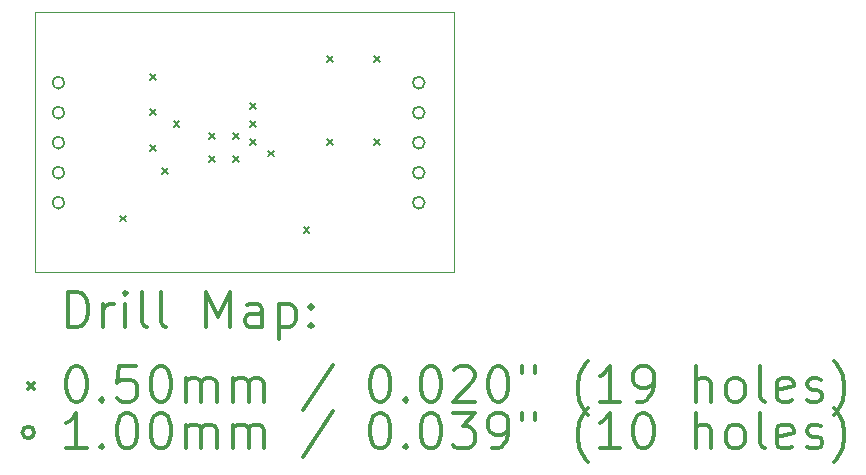
<source format=gbr>
%FSLAX45Y45*%
G04 Gerber Fmt 4.5, Leading zero omitted, Abs format (unit mm)*
G04 Created by KiCad (PCBNEW (5.0.1)-3) date 23/11/2018 05:00:51*
%MOMM*%
%LPD*%
G01*
G04 APERTURE LIST*
%ADD10C,0.100000*%
%ADD11C,0.200000*%
%ADD12C,0.300000*%
G04 APERTURE END LIST*
D10*
X3550000Y0D02*
X0Y0D01*
X3550000Y-2200000D02*
X3550000Y0D01*
X0Y-2200000D02*
X3550000Y-2200000D01*
X0Y0D02*
X0Y-2200000D01*
D11*
X725001Y-1725000D02*
X775001Y-1775000D01*
X775001Y-1725000D02*
X725001Y-1775000D01*
X975000Y-525000D02*
X1025000Y-575000D01*
X1025000Y-525000D02*
X975000Y-575000D01*
X975000Y-825000D02*
X1025000Y-875000D01*
X1025000Y-825000D02*
X975000Y-875000D01*
X975000Y-1125000D02*
X1025000Y-1175000D01*
X1025000Y-1125000D02*
X975000Y-1175000D01*
X1075000Y-1325000D02*
X1125000Y-1375000D01*
X1125000Y-1325000D02*
X1075000Y-1375000D01*
X1175000Y-925000D02*
X1225000Y-975000D01*
X1225000Y-925000D02*
X1175000Y-975000D01*
X1475000Y-1024500D02*
X1525000Y-1074500D01*
X1525000Y-1024500D02*
X1475000Y-1074500D01*
X1475000Y-1225000D02*
X1525000Y-1275000D01*
X1525000Y-1225000D02*
X1475000Y-1275000D01*
X1675000Y-1024500D02*
X1725000Y-1074500D01*
X1725000Y-1024500D02*
X1675000Y-1074500D01*
X1675000Y-1225000D02*
X1725000Y-1275000D01*
X1725000Y-1225000D02*
X1675000Y-1275000D01*
X1825000Y-775000D02*
X1875000Y-825000D01*
X1875000Y-775000D02*
X1825000Y-825000D01*
X1825000Y-925000D02*
X1875000Y-975000D01*
X1875000Y-925000D02*
X1825000Y-975000D01*
X1825000Y-1075000D02*
X1875000Y-1125000D01*
X1875000Y-1075000D02*
X1825000Y-1125000D01*
X1975000Y-1175000D02*
X2025000Y-1225000D01*
X2025000Y-1175000D02*
X1975000Y-1225000D01*
X2275000Y-1825000D02*
X2325000Y-1875000D01*
X2325000Y-1825000D02*
X2275000Y-1875000D01*
X2475000Y-375000D02*
X2525000Y-425000D01*
X2525000Y-375000D02*
X2475000Y-425000D01*
X2475000Y-1075000D02*
X2525000Y-1125000D01*
X2525000Y-1075000D02*
X2475000Y-1125000D01*
X2875000Y-375000D02*
X2925000Y-425000D01*
X2925000Y-375000D02*
X2875000Y-425000D01*
X2875000Y-1075000D02*
X2925000Y-1125000D01*
X2925000Y-1075000D02*
X2875000Y-1125000D01*
X3300000Y-600000D02*
G75*
G03X3300000Y-600000I-50000J0D01*
G01*
X3300000Y-854000D02*
G75*
G03X3300000Y-854000I-50000J0D01*
G01*
X3300000Y-1108000D02*
G75*
G03X3300000Y-1108000I-50000J0D01*
G01*
X3300000Y-1362000D02*
G75*
G03X3300000Y-1362000I-50000J0D01*
G01*
X3300000Y-1616000D02*
G75*
G03X3300000Y-1616000I-50000J0D01*
G01*
X250000Y-600000D02*
G75*
G03X250000Y-600000I-50000J0D01*
G01*
X250000Y-854000D02*
G75*
G03X250000Y-854000I-50000J0D01*
G01*
X250000Y-1108000D02*
G75*
G03X250000Y-1108000I-50000J0D01*
G01*
X250000Y-1362000D02*
G75*
G03X250000Y-1362000I-50000J0D01*
G01*
X250000Y-1616000D02*
G75*
G03X250000Y-1616000I-50000J0D01*
G01*
D12*
X281428Y-2670714D02*
X281428Y-2370714D01*
X352857Y-2370714D01*
X395714Y-2385000D01*
X424286Y-2413572D01*
X438571Y-2442143D01*
X452857Y-2499286D01*
X452857Y-2542143D01*
X438571Y-2599286D01*
X424286Y-2627857D01*
X395714Y-2656429D01*
X352857Y-2670714D01*
X281428Y-2670714D01*
X581428Y-2670714D02*
X581428Y-2470714D01*
X581428Y-2527857D02*
X595714Y-2499286D01*
X610000Y-2485000D01*
X638571Y-2470714D01*
X667143Y-2470714D01*
X767143Y-2670714D02*
X767143Y-2470714D01*
X767143Y-2370714D02*
X752857Y-2385000D01*
X767143Y-2399286D01*
X781428Y-2385000D01*
X767143Y-2370714D01*
X767143Y-2399286D01*
X952857Y-2670714D02*
X924286Y-2656429D01*
X910000Y-2627857D01*
X910000Y-2370714D01*
X1110000Y-2670714D02*
X1081428Y-2656429D01*
X1067143Y-2627857D01*
X1067143Y-2370714D01*
X1452857Y-2670714D02*
X1452857Y-2370714D01*
X1552857Y-2585000D01*
X1652857Y-2370714D01*
X1652857Y-2670714D01*
X1924286Y-2670714D02*
X1924286Y-2513572D01*
X1910000Y-2485000D01*
X1881428Y-2470714D01*
X1824286Y-2470714D01*
X1795714Y-2485000D01*
X1924286Y-2656429D02*
X1895714Y-2670714D01*
X1824286Y-2670714D01*
X1795714Y-2656429D01*
X1781428Y-2627857D01*
X1781428Y-2599286D01*
X1795714Y-2570714D01*
X1824286Y-2556429D01*
X1895714Y-2556429D01*
X1924286Y-2542143D01*
X2067143Y-2470714D02*
X2067143Y-2770714D01*
X2067143Y-2485000D02*
X2095714Y-2470714D01*
X2152857Y-2470714D01*
X2181428Y-2485000D01*
X2195714Y-2499286D01*
X2210000Y-2527857D01*
X2210000Y-2613572D01*
X2195714Y-2642143D01*
X2181428Y-2656429D01*
X2152857Y-2670714D01*
X2095714Y-2670714D01*
X2067143Y-2656429D01*
X2338571Y-2642143D02*
X2352857Y-2656429D01*
X2338571Y-2670714D01*
X2324286Y-2656429D01*
X2338571Y-2642143D01*
X2338571Y-2670714D01*
X2338571Y-2485000D02*
X2352857Y-2499286D01*
X2338571Y-2513572D01*
X2324286Y-2499286D01*
X2338571Y-2485000D01*
X2338571Y-2513572D01*
X-55000Y-3140000D02*
X-5000Y-3190000D01*
X-5000Y-3140000D02*
X-55000Y-3190000D01*
X338571Y-3000714D02*
X367143Y-3000714D01*
X395714Y-3015000D01*
X410000Y-3029286D01*
X424286Y-3057857D01*
X438571Y-3115000D01*
X438571Y-3186429D01*
X424286Y-3243571D01*
X410000Y-3272143D01*
X395714Y-3286429D01*
X367143Y-3300714D01*
X338571Y-3300714D01*
X310000Y-3286429D01*
X295714Y-3272143D01*
X281428Y-3243571D01*
X267143Y-3186429D01*
X267143Y-3115000D01*
X281428Y-3057857D01*
X295714Y-3029286D01*
X310000Y-3015000D01*
X338571Y-3000714D01*
X567143Y-3272143D02*
X581428Y-3286429D01*
X567143Y-3300714D01*
X552857Y-3286429D01*
X567143Y-3272143D01*
X567143Y-3300714D01*
X852857Y-3000714D02*
X710000Y-3000714D01*
X695714Y-3143571D01*
X710000Y-3129286D01*
X738571Y-3115000D01*
X810000Y-3115000D01*
X838571Y-3129286D01*
X852857Y-3143571D01*
X867143Y-3172143D01*
X867143Y-3243571D01*
X852857Y-3272143D01*
X838571Y-3286429D01*
X810000Y-3300714D01*
X738571Y-3300714D01*
X710000Y-3286429D01*
X695714Y-3272143D01*
X1052857Y-3000714D02*
X1081428Y-3000714D01*
X1110000Y-3015000D01*
X1124286Y-3029286D01*
X1138571Y-3057857D01*
X1152857Y-3115000D01*
X1152857Y-3186429D01*
X1138571Y-3243571D01*
X1124286Y-3272143D01*
X1110000Y-3286429D01*
X1081428Y-3300714D01*
X1052857Y-3300714D01*
X1024286Y-3286429D01*
X1010000Y-3272143D01*
X995714Y-3243571D01*
X981428Y-3186429D01*
X981428Y-3115000D01*
X995714Y-3057857D01*
X1010000Y-3029286D01*
X1024286Y-3015000D01*
X1052857Y-3000714D01*
X1281428Y-3300714D02*
X1281428Y-3100714D01*
X1281428Y-3129286D02*
X1295714Y-3115000D01*
X1324286Y-3100714D01*
X1367143Y-3100714D01*
X1395714Y-3115000D01*
X1410000Y-3143571D01*
X1410000Y-3300714D01*
X1410000Y-3143571D02*
X1424286Y-3115000D01*
X1452857Y-3100714D01*
X1495714Y-3100714D01*
X1524286Y-3115000D01*
X1538571Y-3143571D01*
X1538571Y-3300714D01*
X1681428Y-3300714D02*
X1681428Y-3100714D01*
X1681428Y-3129286D02*
X1695714Y-3115000D01*
X1724286Y-3100714D01*
X1767143Y-3100714D01*
X1795714Y-3115000D01*
X1810000Y-3143571D01*
X1810000Y-3300714D01*
X1810000Y-3143571D02*
X1824286Y-3115000D01*
X1852857Y-3100714D01*
X1895714Y-3100714D01*
X1924286Y-3115000D01*
X1938571Y-3143571D01*
X1938571Y-3300714D01*
X2524286Y-2986429D02*
X2267143Y-3372143D01*
X2910000Y-3000714D02*
X2938571Y-3000714D01*
X2967143Y-3015000D01*
X2981428Y-3029286D01*
X2995714Y-3057857D01*
X3010000Y-3115000D01*
X3010000Y-3186429D01*
X2995714Y-3243571D01*
X2981428Y-3272143D01*
X2967143Y-3286429D01*
X2938571Y-3300714D01*
X2910000Y-3300714D01*
X2881428Y-3286429D01*
X2867143Y-3272143D01*
X2852857Y-3243571D01*
X2838571Y-3186429D01*
X2838571Y-3115000D01*
X2852857Y-3057857D01*
X2867143Y-3029286D01*
X2881428Y-3015000D01*
X2910000Y-3000714D01*
X3138571Y-3272143D02*
X3152857Y-3286429D01*
X3138571Y-3300714D01*
X3124286Y-3286429D01*
X3138571Y-3272143D01*
X3138571Y-3300714D01*
X3338571Y-3000714D02*
X3367143Y-3000714D01*
X3395714Y-3015000D01*
X3410000Y-3029286D01*
X3424286Y-3057857D01*
X3438571Y-3115000D01*
X3438571Y-3186429D01*
X3424286Y-3243571D01*
X3410000Y-3272143D01*
X3395714Y-3286429D01*
X3367143Y-3300714D01*
X3338571Y-3300714D01*
X3310000Y-3286429D01*
X3295714Y-3272143D01*
X3281428Y-3243571D01*
X3267143Y-3186429D01*
X3267143Y-3115000D01*
X3281428Y-3057857D01*
X3295714Y-3029286D01*
X3310000Y-3015000D01*
X3338571Y-3000714D01*
X3552857Y-3029286D02*
X3567143Y-3015000D01*
X3595714Y-3000714D01*
X3667143Y-3000714D01*
X3695714Y-3015000D01*
X3710000Y-3029286D01*
X3724286Y-3057857D01*
X3724286Y-3086429D01*
X3710000Y-3129286D01*
X3538571Y-3300714D01*
X3724286Y-3300714D01*
X3910000Y-3000714D02*
X3938571Y-3000714D01*
X3967143Y-3015000D01*
X3981428Y-3029286D01*
X3995714Y-3057857D01*
X4010000Y-3115000D01*
X4010000Y-3186429D01*
X3995714Y-3243571D01*
X3981428Y-3272143D01*
X3967143Y-3286429D01*
X3938571Y-3300714D01*
X3910000Y-3300714D01*
X3881428Y-3286429D01*
X3867143Y-3272143D01*
X3852857Y-3243571D01*
X3838571Y-3186429D01*
X3838571Y-3115000D01*
X3852857Y-3057857D01*
X3867143Y-3029286D01*
X3881428Y-3015000D01*
X3910000Y-3000714D01*
X4124286Y-3000714D02*
X4124286Y-3057857D01*
X4238571Y-3000714D02*
X4238571Y-3057857D01*
X4681428Y-3415000D02*
X4667143Y-3400714D01*
X4638571Y-3357857D01*
X4624286Y-3329286D01*
X4610000Y-3286429D01*
X4595714Y-3215000D01*
X4595714Y-3157857D01*
X4610000Y-3086429D01*
X4624286Y-3043571D01*
X4638571Y-3015000D01*
X4667143Y-2972143D01*
X4681428Y-2957857D01*
X4952857Y-3300714D02*
X4781428Y-3300714D01*
X4867143Y-3300714D02*
X4867143Y-3000714D01*
X4838571Y-3043571D01*
X4810000Y-3072143D01*
X4781428Y-3086429D01*
X5095714Y-3300714D02*
X5152857Y-3300714D01*
X5181428Y-3286429D01*
X5195714Y-3272143D01*
X5224286Y-3229286D01*
X5238571Y-3172143D01*
X5238571Y-3057857D01*
X5224286Y-3029286D01*
X5210000Y-3015000D01*
X5181428Y-3000714D01*
X5124286Y-3000714D01*
X5095714Y-3015000D01*
X5081428Y-3029286D01*
X5067143Y-3057857D01*
X5067143Y-3129286D01*
X5081428Y-3157857D01*
X5095714Y-3172143D01*
X5124286Y-3186429D01*
X5181428Y-3186429D01*
X5210000Y-3172143D01*
X5224286Y-3157857D01*
X5238571Y-3129286D01*
X5595714Y-3300714D02*
X5595714Y-3000714D01*
X5724286Y-3300714D02*
X5724286Y-3143571D01*
X5710000Y-3115000D01*
X5681428Y-3100714D01*
X5638571Y-3100714D01*
X5610000Y-3115000D01*
X5595714Y-3129286D01*
X5910000Y-3300714D02*
X5881428Y-3286429D01*
X5867143Y-3272143D01*
X5852857Y-3243571D01*
X5852857Y-3157857D01*
X5867143Y-3129286D01*
X5881428Y-3115000D01*
X5910000Y-3100714D01*
X5952857Y-3100714D01*
X5981428Y-3115000D01*
X5995714Y-3129286D01*
X6010000Y-3157857D01*
X6010000Y-3243571D01*
X5995714Y-3272143D01*
X5981428Y-3286429D01*
X5952857Y-3300714D01*
X5910000Y-3300714D01*
X6181428Y-3300714D02*
X6152857Y-3286429D01*
X6138571Y-3257857D01*
X6138571Y-3000714D01*
X6410000Y-3286429D02*
X6381428Y-3300714D01*
X6324286Y-3300714D01*
X6295714Y-3286429D01*
X6281428Y-3257857D01*
X6281428Y-3143571D01*
X6295714Y-3115000D01*
X6324286Y-3100714D01*
X6381428Y-3100714D01*
X6410000Y-3115000D01*
X6424286Y-3143571D01*
X6424286Y-3172143D01*
X6281428Y-3200714D01*
X6538571Y-3286429D02*
X6567143Y-3300714D01*
X6624286Y-3300714D01*
X6652857Y-3286429D01*
X6667143Y-3257857D01*
X6667143Y-3243571D01*
X6652857Y-3215000D01*
X6624286Y-3200714D01*
X6581428Y-3200714D01*
X6552857Y-3186429D01*
X6538571Y-3157857D01*
X6538571Y-3143571D01*
X6552857Y-3115000D01*
X6581428Y-3100714D01*
X6624286Y-3100714D01*
X6652857Y-3115000D01*
X6767143Y-3415000D02*
X6781428Y-3400714D01*
X6810000Y-3357857D01*
X6824286Y-3329286D01*
X6838571Y-3286429D01*
X6852857Y-3215000D01*
X6852857Y-3157857D01*
X6838571Y-3086429D01*
X6824286Y-3043571D01*
X6810000Y-3015000D01*
X6781428Y-2972143D01*
X6767143Y-2957857D01*
X-5000Y-3561000D02*
G75*
G03X-5000Y-3561000I-50000J0D01*
G01*
X438571Y-3696714D02*
X267143Y-3696714D01*
X352857Y-3696714D02*
X352857Y-3396714D01*
X324286Y-3439571D01*
X295714Y-3468143D01*
X267143Y-3482429D01*
X567143Y-3668143D02*
X581428Y-3682429D01*
X567143Y-3696714D01*
X552857Y-3682429D01*
X567143Y-3668143D01*
X567143Y-3696714D01*
X767143Y-3396714D02*
X795714Y-3396714D01*
X824286Y-3411000D01*
X838571Y-3425286D01*
X852857Y-3453857D01*
X867143Y-3511000D01*
X867143Y-3582429D01*
X852857Y-3639571D01*
X838571Y-3668143D01*
X824286Y-3682429D01*
X795714Y-3696714D01*
X767143Y-3696714D01*
X738571Y-3682429D01*
X724286Y-3668143D01*
X710000Y-3639571D01*
X695714Y-3582429D01*
X695714Y-3511000D01*
X710000Y-3453857D01*
X724286Y-3425286D01*
X738571Y-3411000D01*
X767143Y-3396714D01*
X1052857Y-3396714D02*
X1081428Y-3396714D01*
X1110000Y-3411000D01*
X1124286Y-3425286D01*
X1138571Y-3453857D01*
X1152857Y-3511000D01*
X1152857Y-3582429D01*
X1138571Y-3639571D01*
X1124286Y-3668143D01*
X1110000Y-3682429D01*
X1081428Y-3696714D01*
X1052857Y-3696714D01*
X1024286Y-3682429D01*
X1010000Y-3668143D01*
X995714Y-3639571D01*
X981428Y-3582429D01*
X981428Y-3511000D01*
X995714Y-3453857D01*
X1010000Y-3425286D01*
X1024286Y-3411000D01*
X1052857Y-3396714D01*
X1281428Y-3696714D02*
X1281428Y-3496714D01*
X1281428Y-3525286D02*
X1295714Y-3511000D01*
X1324286Y-3496714D01*
X1367143Y-3496714D01*
X1395714Y-3511000D01*
X1410000Y-3539571D01*
X1410000Y-3696714D01*
X1410000Y-3539571D02*
X1424286Y-3511000D01*
X1452857Y-3496714D01*
X1495714Y-3496714D01*
X1524286Y-3511000D01*
X1538571Y-3539571D01*
X1538571Y-3696714D01*
X1681428Y-3696714D02*
X1681428Y-3496714D01*
X1681428Y-3525286D02*
X1695714Y-3511000D01*
X1724286Y-3496714D01*
X1767143Y-3496714D01*
X1795714Y-3511000D01*
X1810000Y-3539571D01*
X1810000Y-3696714D01*
X1810000Y-3539571D02*
X1824286Y-3511000D01*
X1852857Y-3496714D01*
X1895714Y-3496714D01*
X1924286Y-3511000D01*
X1938571Y-3539571D01*
X1938571Y-3696714D01*
X2524286Y-3382429D02*
X2267143Y-3768143D01*
X2910000Y-3396714D02*
X2938571Y-3396714D01*
X2967143Y-3411000D01*
X2981428Y-3425286D01*
X2995714Y-3453857D01*
X3010000Y-3511000D01*
X3010000Y-3582429D01*
X2995714Y-3639571D01*
X2981428Y-3668143D01*
X2967143Y-3682429D01*
X2938571Y-3696714D01*
X2910000Y-3696714D01*
X2881428Y-3682429D01*
X2867143Y-3668143D01*
X2852857Y-3639571D01*
X2838571Y-3582429D01*
X2838571Y-3511000D01*
X2852857Y-3453857D01*
X2867143Y-3425286D01*
X2881428Y-3411000D01*
X2910000Y-3396714D01*
X3138571Y-3668143D02*
X3152857Y-3682429D01*
X3138571Y-3696714D01*
X3124286Y-3682429D01*
X3138571Y-3668143D01*
X3138571Y-3696714D01*
X3338571Y-3396714D02*
X3367143Y-3396714D01*
X3395714Y-3411000D01*
X3410000Y-3425286D01*
X3424286Y-3453857D01*
X3438571Y-3511000D01*
X3438571Y-3582429D01*
X3424286Y-3639571D01*
X3410000Y-3668143D01*
X3395714Y-3682429D01*
X3367143Y-3696714D01*
X3338571Y-3696714D01*
X3310000Y-3682429D01*
X3295714Y-3668143D01*
X3281428Y-3639571D01*
X3267143Y-3582429D01*
X3267143Y-3511000D01*
X3281428Y-3453857D01*
X3295714Y-3425286D01*
X3310000Y-3411000D01*
X3338571Y-3396714D01*
X3538571Y-3396714D02*
X3724286Y-3396714D01*
X3624286Y-3511000D01*
X3667143Y-3511000D01*
X3695714Y-3525286D01*
X3710000Y-3539571D01*
X3724286Y-3568143D01*
X3724286Y-3639571D01*
X3710000Y-3668143D01*
X3695714Y-3682429D01*
X3667143Y-3696714D01*
X3581428Y-3696714D01*
X3552857Y-3682429D01*
X3538571Y-3668143D01*
X3867143Y-3696714D02*
X3924286Y-3696714D01*
X3952857Y-3682429D01*
X3967143Y-3668143D01*
X3995714Y-3625286D01*
X4010000Y-3568143D01*
X4010000Y-3453857D01*
X3995714Y-3425286D01*
X3981428Y-3411000D01*
X3952857Y-3396714D01*
X3895714Y-3396714D01*
X3867143Y-3411000D01*
X3852857Y-3425286D01*
X3838571Y-3453857D01*
X3838571Y-3525286D01*
X3852857Y-3553857D01*
X3867143Y-3568143D01*
X3895714Y-3582429D01*
X3952857Y-3582429D01*
X3981428Y-3568143D01*
X3995714Y-3553857D01*
X4010000Y-3525286D01*
X4124286Y-3396714D02*
X4124286Y-3453857D01*
X4238571Y-3396714D02*
X4238571Y-3453857D01*
X4681428Y-3811000D02*
X4667143Y-3796714D01*
X4638571Y-3753857D01*
X4624286Y-3725286D01*
X4610000Y-3682429D01*
X4595714Y-3611000D01*
X4595714Y-3553857D01*
X4610000Y-3482429D01*
X4624286Y-3439571D01*
X4638571Y-3411000D01*
X4667143Y-3368143D01*
X4681428Y-3353857D01*
X4952857Y-3696714D02*
X4781428Y-3696714D01*
X4867143Y-3696714D02*
X4867143Y-3396714D01*
X4838571Y-3439571D01*
X4810000Y-3468143D01*
X4781428Y-3482429D01*
X5138571Y-3396714D02*
X5167143Y-3396714D01*
X5195714Y-3411000D01*
X5210000Y-3425286D01*
X5224286Y-3453857D01*
X5238571Y-3511000D01*
X5238571Y-3582429D01*
X5224286Y-3639571D01*
X5210000Y-3668143D01*
X5195714Y-3682429D01*
X5167143Y-3696714D01*
X5138571Y-3696714D01*
X5110000Y-3682429D01*
X5095714Y-3668143D01*
X5081428Y-3639571D01*
X5067143Y-3582429D01*
X5067143Y-3511000D01*
X5081428Y-3453857D01*
X5095714Y-3425286D01*
X5110000Y-3411000D01*
X5138571Y-3396714D01*
X5595714Y-3696714D02*
X5595714Y-3396714D01*
X5724286Y-3696714D02*
X5724286Y-3539571D01*
X5710000Y-3511000D01*
X5681428Y-3496714D01*
X5638571Y-3496714D01*
X5610000Y-3511000D01*
X5595714Y-3525286D01*
X5910000Y-3696714D02*
X5881428Y-3682429D01*
X5867143Y-3668143D01*
X5852857Y-3639571D01*
X5852857Y-3553857D01*
X5867143Y-3525286D01*
X5881428Y-3511000D01*
X5910000Y-3496714D01*
X5952857Y-3496714D01*
X5981428Y-3511000D01*
X5995714Y-3525286D01*
X6010000Y-3553857D01*
X6010000Y-3639571D01*
X5995714Y-3668143D01*
X5981428Y-3682429D01*
X5952857Y-3696714D01*
X5910000Y-3696714D01*
X6181428Y-3696714D02*
X6152857Y-3682429D01*
X6138571Y-3653857D01*
X6138571Y-3396714D01*
X6410000Y-3682429D02*
X6381428Y-3696714D01*
X6324286Y-3696714D01*
X6295714Y-3682429D01*
X6281428Y-3653857D01*
X6281428Y-3539571D01*
X6295714Y-3511000D01*
X6324286Y-3496714D01*
X6381428Y-3496714D01*
X6410000Y-3511000D01*
X6424286Y-3539571D01*
X6424286Y-3568143D01*
X6281428Y-3596714D01*
X6538571Y-3682429D02*
X6567143Y-3696714D01*
X6624286Y-3696714D01*
X6652857Y-3682429D01*
X6667143Y-3653857D01*
X6667143Y-3639571D01*
X6652857Y-3611000D01*
X6624286Y-3596714D01*
X6581428Y-3596714D01*
X6552857Y-3582429D01*
X6538571Y-3553857D01*
X6538571Y-3539571D01*
X6552857Y-3511000D01*
X6581428Y-3496714D01*
X6624286Y-3496714D01*
X6652857Y-3511000D01*
X6767143Y-3811000D02*
X6781428Y-3796714D01*
X6810000Y-3753857D01*
X6824286Y-3725286D01*
X6838571Y-3682429D01*
X6852857Y-3611000D01*
X6852857Y-3553857D01*
X6838571Y-3482429D01*
X6824286Y-3439571D01*
X6810000Y-3411000D01*
X6781428Y-3368143D01*
X6767143Y-3353857D01*
M02*

</source>
